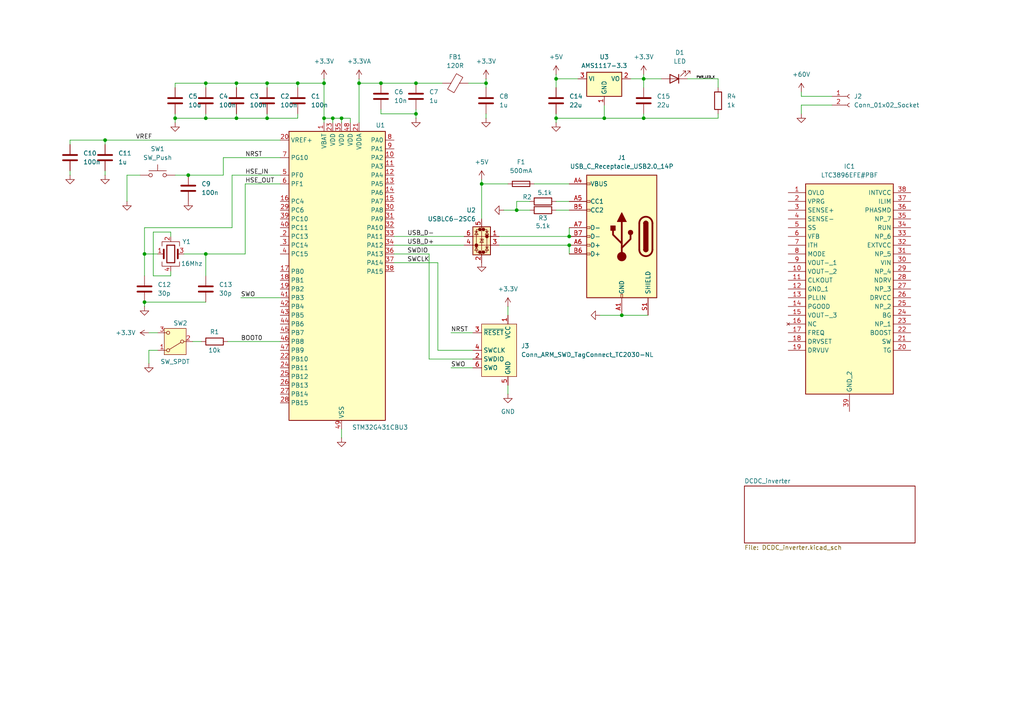
<source format=kicad_sch>
(kicad_sch (version 20231120) (generator "eeschema") (generator_version "8.0")
  (paper "A4")
  (lib_symbols
    (symbol "Connector:Conn_01x02_Socket" (pin_names (offset 1.016) hide)
      (property "Reference" "J" (at 0 2.54 0))
      (property "Value" "Conn_01x02_Socket" (at 0 -5.08 0))
      (symbol "Conn_01x02_Socket_1_1"
        (arc (start 0 -2.032) (mid -0.5058 -2.54) (end 0 -3.048) (stroke (width 0.1524)))
        (polyline (pts (xy -1.27 -2.54) (xy -0.508 -2.54)) (stroke (width 0.1524)))
        (polyline (pts (xy -1.27 0) (xy -0.508 0)) (stroke (width 0.1524)))
        (arc (start 0 0.508) (mid -0.5058 0) (end 0 -0.508) (stroke (width 0.1524)))
        (pin passive line (at -5.08 0 0) (length 3.81) (name "Pin_1") (number "1"))
        (pin passive line (at -5.08 -2.54 0) (length 3.81) (name "Pin_2") (number "2"))
      )
    )
    (symbol "Connector:Conn_ARM_SWD_TagConnect_TC2030-NL" (in_bom no)
      (property "Reference" "J" (at 2.54 11.43 0))
      (property "Value" "Conn_ARM_SWD_TagConnect_TC2030-NL" (at 2.54 8.89 0))
      (symbol "Conn_ARM_SWD_TagConnect_TC2030-NL_0_0"
        (pin power_in line (at -2.54 10.16 270) (length 2.54) (name "VCC") (number "1"))
        (pin bidirectional line (at 7.62 -2.54 180) (length 2.54) (name "SWDIO") (number "2"))
        (pin open_collector line (at 7.62 5.08 180) (length 2.54) (name "~{RESET}") (number "3"))
        (pin output line (at 7.62 0 180) (length 2.54) (name "SWCLK") (number "4"))
        (pin power_in line (at -2.54 -10.16 90) (length 2.54) (name "GND") (number "5"))
        (pin input line (at 7.62 -5.08 180) (length 2.54) (name "SWO") (number "6"))
      )
      (symbol "Conn_ARM_SWD_TagConnect_TC2030-NL_0_1"
        (rectangle (start -5.08 7.62) (end 5.08 -7.62) (fill (type background)))
      )
    )
    (symbol "Connector:USB_C_Receptacle_USB2.0_14P" (pin_names (offset 1.016))
      (property "Reference" "J" (at 0 22.225 0))
      (property "Value" "USB_C_Receptacle_USB2.0_14P" (at 0 19.685 0))
      (symbol "USB_C_Receptacle_USB2.0_14P_0_0"
        (rectangle (start -0.254 -17.78) (end 0.254 -16.764))
        (rectangle (start 10.16 -4.826) (end 9.144 -5.334))
        (rectangle (start 10.16 -2.286) (end 9.144 -2.794))
        (rectangle (start 10.16 0.254) (end 9.144 -0.254))
        (rectangle (start 10.16 2.794) (end 9.144 2.286))
        (rectangle (start 10.16 7.874) (end 9.144 7.366))
        (rectangle (start 10.16 10.414) (end 9.144 9.906))
        (rectangle (start 10.16 15.494) (end 9.144 14.986))
      )
      (symbol "USB_C_Receptacle_USB2.0_14P_0_1"
        (rectangle (start -10.16 17.78) (end 10.16 -17.78) (stroke (width 0.254)) (fill (type background)))
        (arc (start -8.89 -3.81) (mid -6.985 -5.7067) (end -5.08 -3.81) (stroke (width 0.508)))
        (arc (start -7.62 -3.81) (mid -6.985 -4.4423) (end -6.35 -3.81) (stroke (width 0.254)))
        (arc (start -7.62 -3.81) (mid -6.985 -4.4423) (end -6.35 -3.81) (stroke (width 0.254)) (fill (type outline)))
        (rectangle (start -7.62 -3.81) (end -6.35 3.81) (stroke (width 0.254)) (fill (type outline)))
        (arc (start -6.35 3.81) (mid -6.985 4.4423) (end -7.62 3.81) (stroke (width 0.254)))
        (arc (start -6.35 3.81) (mid -6.985 4.4423) (end -7.62 3.81) (stroke (width 0.254)) (fill (type outline)))
        (arc (start -5.08 3.81) (mid -6.985 5.7067) (end -8.89 3.81) (stroke (width 0.508)))
        (circle (center -2.54 1.143) (radius 0.635) (stroke (width 0.254)) (fill (type outline)))
        (circle (center 0 -5.842) (radius 1.27) (fill (type outline)))
        (polyline (pts (xy -8.89 -3.81) (xy -8.89 3.81)) (stroke (width 0.508)))
        (polyline (pts (xy -5.08 3.81) (xy -5.08 -3.81)) (stroke (width 0.508)))
        (polyline (pts (xy 0 -5.842) (xy 0 4.318)) (stroke (width 0.508)))
        (polyline (pts (xy 0 -3.302) (xy -2.54 -0.762) (xy -2.54 0.508)) (stroke (width 0.508)))
        (polyline (pts (xy 0 -2.032) (xy 2.54 0.508) (xy 2.54 1.778)) (stroke (width 0.508)))
        (polyline (pts (xy -1.27 4.318) (xy 0 6.858) (xy 1.27 4.318) (xy -1.27 4.318)) (stroke (width 0.254)) (fill (type outline)))
        (rectangle (start 1.905 1.778) (end 3.175 3.048) (stroke (width 0.254)) (fill (type outline)))
      )
      (symbol "USB_C_Receptacle_USB2.0_14P_1_1"
        (pin passive line (at 0 -22.86 90) (length 5.08) (name "GND") (number "A1"))
        (pin passive line (at 0 -22.86 90) (length 5.08) hide (name "GND") (number "A12"))
        (pin passive line (at 15.24 15.24 180) (length 5.08) (name "VBUS") (number "A4"))
        (pin bidirectional line (at 15.24 10.16 180) (length 5.08) (name "CC1") (number "A5"))
        (pin bidirectional line (at 15.24 -2.54 180) (length 5.08) (name "D+") (number "A6"))
        (pin bidirectional line (at 15.24 2.54 180) (length 5.08) (name "D-") (number "A7"))
        (pin passive line (at 15.24 15.24 180) (length 5.08) hide (name "VBUS") (number "A9"))
        (pin passive line (at 0 -22.86 90) (length 5.08) hide (name "GND") (number "B1"))
        (pin passive line (at 0 -22.86 90) (length 5.08) hide (name "GND") (number "B12"))
        (pin passive line (at 15.24 15.24 180) (length 5.08) hide (name "VBUS") (number "B4"))
        (pin bidirectional line (at 15.24 7.62 180) (length 5.08) (name "CC2") (number "B5"))
        (pin bidirectional line (at 15.24 -5.08 180) (length 5.08) (name "D+") (number "B6"))
        (pin bidirectional line (at 15.24 0 180) (length 5.08) (name "D-") (number "B7"))
        (pin passive line (at 15.24 15.24 180) (length 5.08) hide (name "VBUS") (number "B9"))
        (pin passive line (at -7.62 -22.86 90) (length 5.08) (name "SHIELD") (number "S1"))
      )
    )
    (symbol "Device:C" (pin_numbers hide) (pin_names (offset 0.254))
      (property "Reference" "C" (at 0.635 2.54 0))
      (property "Value" "C" (at 0.635 -2.54 0))
      (symbol "C_0_1"
        (polyline (pts (xy -2.032 -0.762) (xy 2.032 -0.762)) (stroke (width 0.508)))
        (polyline (pts (xy -2.032 0.762) (xy 2.032 0.762)) (stroke (width 0.508)))
      )
      (symbol "C_1_1"
        (pin passive line (at 0 3.81 270) (length 2.794) (name "~") (number "1"))
        (pin passive line (at 0 -3.81 90) (length 2.794) (name "~") (number "2"))
      )
    )
    (symbol "Device:Crystal_GND24" (pin_names (offset 1.016) hide)
      (property "Reference" "Y" (at 3.175 5.08 0))
      (property "Value" "Crystal_GND24" (at 3.175 3.175 0))
      (symbol "Crystal_GND24_0_1"
        (rectangle (start -1.143 2.54) (end 1.143 -2.54) (stroke (width 0.3048)))
        (polyline (pts (xy -2.54 0) (xy -2.032 0)))
        (polyline (pts (xy -2.032 -1.27) (xy -2.032 1.27)) (stroke (width 0.508)))
        (polyline (pts (xy 0 -3.81) (xy 0 -3.556)))
        (polyline (pts (xy 0 3.556) (xy 0 3.81)))
        (polyline (pts (xy 2.032 -1.27) (xy 2.032 1.27)) (stroke (width 0.508)))
        (polyline (pts (xy 2.032 0) (xy 2.54 0)))
        (polyline (pts (xy -2.54 -2.286) (xy -2.54 -3.556) (xy 2.54 -3.556) (xy 2.54 -2.286)))
        (polyline (pts (xy -2.54 2.286) (xy -2.54 3.556) (xy 2.54 3.556) (xy 2.54 2.286)))
      )
      (symbol "Crystal_GND24_1_1"
        (pin passive line (at -3.81 0 0) (length 1.27) (name "1") (number "1"))
        (pin passive line (at 0 5.08 270) (length 1.27) (name "2") (number "2"))
        (pin passive line (at 3.81 0 180) (length 1.27) (name "3") (number "3"))
        (pin passive line (at 0 -5.08 90) (length 1.27) (name "4") (number "4"))
      )
    )
    (symbol "Device:FerriteBead" (pin_numbers hide) (pin_names (offset 0))
      (property "Reference" "FB" (at -3.81 0.635 90))
      (property "Value" "FerriteBead" (at 3.81 0 90))
      (symbol "FerriteBead_0_1"
        (polyline (pts (xy 0 -1.27) (xy 0 -1.2192)))
        (polyline (pts (xy 0 1.27) (xy 0 1.2954)))
        (polyline (pts (xy -2.7686 0.4064) (xy -1.7018 2.2606) (xy 2.7686 -0.3048) (xy 1.6764 -2.159) (xy -2.7686 0.4064)))
      )
      (symbol "FerriteBead_1_1"
        (pin passive line (at 0 3.81 270) (length 2.54) (name "~") (number "1"))
        (pin passive line (at 0 -3.81 90) (length 2.54) (name "~") (number "2"))
      )
    )
    (symbol "Device:Fuse" (pin_numbers hide) (pin_names (offset 0))
      (property "Reference" "F" (at 2.032 0 90))
      (property "Value" "Fuse" (at -1.905 0 90))
      (symbol "Fuse_0_1"
        (rectangle (start -0.762 -2.54) (end 0.762 2.54) (stroke (width 0.254)))
        (polyline (pts (xy 0 2.54) (xy 0 -2.54)))
      )
      (symbol "Fuse_1_1"
        (pin passive line (at 0 3.81 270) (length 1.27) (name "~") (number "1"))
        (pin passive line (at 0 -3.81 90) (length 1.27) (name "~") (number "2"))
      )
    )
    (symbol "Device:LED" (pin_numbers hide) (pin_names (offset 1.016) hide)
      (property "Reference" "D" (at 0 2.54 0))
      (property "Value" "LED" (at 0 -2.54 0))
      (symbol "LED_0_1"
        (polyline (pts (xy -1.27 -1.27) (xy -1.27 1.27)) (stroke (width 0.254)))
        (polyline (pts (xy -1.27 0) (xy 1.27 0)))
        (polyline (pts (xy 1.27 -1.27) (xy 1.27 1.27) (xy -1.27 0) (xy 1.27 -1.27)) (stroke (width 0.254)))
        (polyline (pts (xy -3.048 -0.762) (xy -4.572 -2.286) (xy -3.81 -2.286) (xy -4.572 -2.286) (xy -4.572 -1.524)))
        (polyline (pts (xy -1.778 -0.762) (xy -3.302 -2.286) (xy -2.54 -2.286) (xy -3.302 -2.286) (xy -3.302 -1.524)))
      )
      (symbol "LED_1_1"
        (pin passive line (at -3.81 0 0) (length 2.54) (name "K") (number "1"))
        (pin passive line (at 3.81 0 180) (length 2.54) (name "A") (number "2"))
      )
    )
    (symbol "Device:R" (pin_numbers hide) (pin_names (offset 0))
      (property "Reference" "R" (at 2.032 0 90))
      (property "Value" "R" (at 0 0 90))
      (symbol "R_0_1"
        (rectangle (start -1.016 -2.54) (end 1.016 2.54) (stroke (width 0.254)))
      )
      (symbol "R_1_1"
        (pin passive line (at 0 3.81 270) (length 1.27) (name "~") (number "1"))
        (pin passive line (at 0 -3.81 90) (length 1.27) (name "~") (number "2"))
      )
    )
    (symbol "LTC3896EFE#PBF:LTC3896EFE#PBF"
      (property "Reference" "IC" (at 31.75 7.62 0))
      (property "Value" "LTC3896EFE#PBF" (at 31.75 5.08 0))
      (symbol "LTC3896EFE#PBF_1_1"
        (rectangle (start 5.08 2.54) (end 30.48 -58.42) (stroke (width 0.254)) (fill (type background)))
        (pin passive line (at 0 0 0) (length 5.08) (name "OVLO") (number "1"))
        (pin passive line (at 0 -22.86 0) (length 5.08) (name "VOUT-_2") (number "10"))
        (pin passive line (at 0 -25.4 0) (length 5.08) (name "CLKOUT") (number "11"))
        (pin passive line (at 0 -27.94 0) (length 5.08) (name "GND_1") (number "12"))
        (pin passive line (at 0 -30.48 0) (length 5.08) (name "PLLIN") (number "13"))
        (pin passive line (at 0 -33.02 0) (length 5.08) (name "PGOOD") (number "14"))
        (pin passive line (at 0 -35.56 0) (length 5.08) (name "VOUT-_3") (number "15"))
        (pin no_connect line (at 0 -38.1 0) (length 5.08) (name "NC") (number "16"))
        (pin passive line (at 0 -40.64 0) (length 5.08) (name "FREQ") (number "17"))
        (pin passive line (at 0 -43.18 0) (length 5.08) (name "DRVSET") (number "18"))
        (pin passive line (at 0 -45.72 0) (length 5.08) (name "DRVUV") (number "19"))
        (pin passive line (at 0 -2.54 0) (length 5.08) (name "VPRG") (number "2"))
        (pin passive line (at 35.56 -45.72 180) (length 5.08) (name "TG") (number "20"))
        (pin passive line (at 35.56 -43.18 180) (length 5.08) (name "SW") (number "21"))
        (pin passive line (at 35.56 -40.64 180) (length 5.08) (name "BOOST") (number "22"))
        (pin passive line (at 35.56 -38.1 180) (length 5.08) (name "NP_1") (number "23"))
        (pin passive line (at 35.56 -35.56 180) (length 5.08) (name "BG") (number "24"))
        (pin passive line (at 35.56 -33.02 180) (length 5.08) (name "NP_2") (number "25"))
        (pin passive line (at 35.56 -30.48 180) (length 5.08) (name "DRVCC") (number "26"))
        (pin passive line (at 35.56 -27.94 180) (length 5.08) (name "NP_3") (number "27"))
        (pin passive line (at 35.56 -25.4 180) (length 5.08) (name "NDRV") (number "28"))
        (pin passive line (at 35.56 -22.86 180) (length 5.08) (name "NP_4") (number "29"))
        (pin passive line (at 0 -5.08 0) (length 5.08) (name "SENSE+") (number "3"))
        (pin passive line (at 35.56 -20.32 180) (length 5.08) (name "VIN") (number "30"))
        (pin passive line (at 35.56 -17.78 180) (length 5.08) (name "NP_5") (number "31"))
        (pin passive line (at 35.56 -15.24 180) (length 5.08) (name "EXTVCC") (number "32"))
        (pin passive line (at 35.56 -12.7 180) (length 5.08) (name "NP_6") (number "33"))
        (pin passive line (at 35.56 -10.16 180) (length 5.08) (name "RUN") (number "34"))
        (pin passive line (at 35.56 -7.62 180) (length 5.08) (name "NP_7") (number "35"))
        (pin passive line (at 35.56 -5.08 180) (length 5.08) (name "PHASMD") (number "36"))
        (pin passive line (at 35.56 -2.54 180) (length 5.08) (name "ILIM") (number "37"))
        (pin passive line (at 35.56 0 180) (length 5.08) (name "INTVCC") (number "38"))
        (pin passive line (at 17.78 -63.5 90) (length 5.08) (name "GND_2") (number "39"))
        (pin passive line (at 0 -7.62 0) (length 5.08) (name "SENSE-") (number "4"))
        (pin passive line (at 0 -10.16 0) (length 5.08) (name "SS") (number "5"))
        (pin passive line (at 0 -12.7 0) (length 5.08) (name "VFB") (number "6"))
        (pin passive line (at 0 -15.24 0) (length 5.08) (name "ITH") (number "7"))
        (pin passive line (at 0 -17.78 0) (length 5.08) (name "MODE") (number "8"))
        (pin passive line (at 0 -20.32 0) (length 5.08) (name "VOUT-_1") (number "9"))
      )
    )
    (symbol "MCU_ST_STM32G4:STM32G431CBUx"
      (property "Reference" "U" (at -12.7 44.45 0))
      (property "Value" "STM32G431CBUx" (at 10.16 44.45 0))
      (symbol "STM32G431CBUx_0_1"
        (rectangle (start -12.7 -40.64) (end 15.24 43.18) (stroke (width 0.254)) (fill (type background)))
      )
      (symbol "STM32G431CBUx_1_1"
        (pin power_in line (at -2.54 45.72 270) (length 2.54) (name "VBAT") (number "1"))
        (pin bidirectional line (at 17.78 35.56 180) (length 2.54) (name "PA2") (number "10"))
        (pin bidirectional line (at 17.78 33.02 180) (length 2.54) (name "PA3") (number "11"))
        (pin bidirectional line (at 17.78 30.48 180) (length 2.54) (name "PA4") (number "12"))
        (pin bidirectional line (at 17.78 27.94 180) (length 2.54) (name "PA5") (number "13"))
        (pin bidirectional line (at 17.78 25.4 180) (length 2.54) (name "PA6") (number "14"))
        (pin bidirectional line (at 17.78 22.86 180) (length 2.54) (name "PA7") (number "15"))
        (pin bidirectional line (at -15.24 22.86 0) (length 2.54) (name "PC4") (number "16"))
        (pin bidirectional line (at -15.24 2.54 0) (length 2.54) (name "PB0") (number "17"))
        (pin bidirectional line (at -15.24 0 0) (length 2.54) (name "PB1") (number "18"))
        (pin bidirectional line (at -15.24 -2.54 0) (length 2.54) (name "PB2") (number "19"))
        (pin bidirectional line (at -15.24 12.7 0) (length 2.54) (name "PC13") (number "2"))
        (pin input line (at -15.24 40.64 0) (length 2.54) (name "VREF+") (number "20"))
        (pin power_in line (at 7.62 45.72 270) (length 2.54) (name "VDDA") (number "21"))
        (pin bidirectional line (at -15.24 -22.86 0) (length 2.54) (name "PB10") (number "22"))
        (pin power_in line (at 0 45.72 270) (length 2.54) (name "VDD") (number "23"))
        (pin bidirectional line (at -15.24 -25.4 0) (length 2.54) (name "PB11") (number "24"))
        (pin bidirectional line (at -15.24 -27.94 0) (length 2.54) (name "PB12") (number "25"))
        (pin bidirectional line (at -15.24 -30.48 0) (length 2.54) (name "PB13") (number "26"))
        (pin bidirectional line (at -15.24 -33.02 0) (length 2.54) (name "PB14") (number "27"))
        (pin bidirectional line (at -15.24 -35.56 0) (length 2.54) (name "PB15") (number "28"))
        (pin bidirectional line (at -15.24 20.32 0) (length 2.54) (name "PC6") (number "29"))
        (pin bidirectional line (at -15.24 10.16 0) (length 2.54) (name "PC14") (number "3"))
        (pin bidirectional line (at 17.78 20.32 180) (length 2.54) (name "PA8") (number "30"))
        (pin bidirectional line (at 17.78 17.78 180) (length 2.54) (name "PA9") (number "31"))
        (pin bidirectional line (at 17.78 15.24 180) (length 2.54) (name "PA10") (number "32"))
        (pin bidirectional line (at 17.78 12.7 180) (length 2.54) (name "PA11") (number "33"))
        (pin bidirectional line (at 17.78 10.16 180) (length 2.54) (name "PA12") (number "34"))
        (pin power_in line (at 2.54 45.72 270) (length 2.54) (name "VDD") (number "35"))
        (pin bidirectional line (at 17.78 7.62 180) (length 2.54) (name "PA13") (number "36"))
        (pin bidirectional line (at 17.78 5.08 180) (length 2.54) (name "PA14") (number "37"))
        (pin bidirectional line (at 17.78 2.54 180) (length 2.54) (name "PA15") (number "38"))
        (pin bidirectional line (at -15.24 17.78 0) (length 2.54) (name "PC10") (number "39"))
        (pin bidirectional line (at -15.24 7.62 0) (length 2.54) (name "PC15") (number "4"))
        (pin bidirectional line (at -15.24 15.24 0) (length 2.54) (name "PC11") (number "40"))
        (pin bidirectional line (at -15.24 -5.08 0) (length 2.54) (name "PB3") (number "41"))
        (pin bidirectional line (at -15.24 -7.62 0) (length 2.54) (name "PB4") (number "42"))
        (pin bidirectional line (at -15.24 -10.16 0) (length 2.54) (name "PB5") (number "43"))
        (pin bidirectional line (at -15.24 -12.7 0) (length 2.54) (name "PB6") (number "44"))
        (pin bidirectional line (at -15.24 -15.24 0) (length 2.54) (name "PB7") (number "45"))
        (pin bidirectional line (at -15.24 -17.78 0) (length 2.54) (name "PB8") (number "46"))
        (pin bidirectional line (at -15.24 -20.32 0) (length 2.54) (name "PB9") (number "47"))
        (pin power_in line (at 5.08 45.72 270) (length 2.54) (name "VDD") (number "48"))
        (pin power_in line (at 2.54 -43.18 90) (length 2.54) (name "VSS") (number "49"))
        (pin bidirectional line (at -15.24 30.48 0) (length 2.54) (name "PF0") (number "5"))
        (pin bidirectional line (at -15.24 27.94 0) (length 2.54) (name "PF1") (number "6"))
        (pin bidirectional line (at -15.24 35.56 0) (length 2.54) (name "PG10") (number "7"))
        (pin bidirectional line (at 17.78 40.64 180) (length 2.54) (name "PA0") (number "8"))
        (pin bidirectional line (at 17.78 38.1 180) (length 2.54) (name "PA1") (number "9"))
      )
    )
    (symbol "Power_Protection:USBLC6-2SC6" (pin_names hide)
      (property "Reference" "U" (at 0.635 5.715 0))
      (property "Value" "USBLC6-2SC6" (at 0.635 3.81 0))
      (symbol "USBLC6-2SC6_0_0"
        (circle (center -1.524 0) (radius 0.0001) (stroke (width 0.508)))
        (circle (center -0.508 -4.572) (radius 0.0001) (stroke (width 0.508)))
        (circle (center -0.508 2.032) (radius 0.0001) (stroke (width 0.508)))
        (circle (center 0.508 -4.572) (radius 0.0001) (stroke (width 0.508)))
        (circle (center 0.508 2.032) (radius 0.0001) (stroke (width 0.508)))
        (circle (center 1.524 -2.54) (radius 0.0001) (stroke (width 0.508)))
      )
      (symbol "USBLC6-2SC6_0_1"
        (polyline (pts (xy -2.54 -2.54) (xy 2.54 -2.54)))
        (polyline (pts (xy -2.54 0) (xy 2.54 0)))
        (polyline (pts (xy -2.032 -3.048) (xy -1.016 -3.048)))
        (polyline (pts (xy -1.016 1.524) (xy -2.032 1.524)))
        (polyline (pts (xy 1.016 -3.048) (xy 2.032 -3.048)))
        (polyline (pts (xy 1.016 1.524) (xy 2.032 1.524)))
        (polyline (pts (xy -0.508 -1.143) (xy -0.508 -0.762) (xy 0.508 -0.762)))
        (polyline (pts (xy -2.032 0.508) (xy -1.016 0.508) (xy -1.524 1.524) (xy -2.032 0.508)))
        (polyline (pts (xy -1.016 -4.064) (xy -2.032 -4.064) (xy -1.524 -3.048) (xy -1.016 -4.064)))
        (polyline (pts (xy 0.508 -1.778) (xy -0.508 -1.778) (xy 0 -0.762) (xy 0.508 -1.778)))
        (polyline (pts (xy 2.032 -4.064) (xy 1.016 -4.064) (xy 1.524 -3.048) (xy 2.032 -4.064)))
        (polyline (pts (xy 2.032 0.508) (xy 1.016 0.508) (xy 1.524 1.524) (xy 2.032 0.508)))
        (polyline (pts (xy 0 2.54) (xy -0.508 2.032) (xy 0.508 2.032) (xy 0 1.524) (xy 0 -4.064) (xy -0.508 -4.572) (xy 0.508 -4.572) (xy 0 -5.08)))
      )
      (symbol "USBLC6-2SC6_1_1"
        (rectangle (start -2.54 2.794) (end 2.54 -5.334) (stroke (width 0.254)) (fill (type background)))
        (polyline (pts (xy -0.508 2.032) (xy -1.524 2.032) (xy -1.524 -4.572) (xy -0.508 -4.572)))
        (polyline (pts (xy 0.508 -4.572) (xy 1.524 -4.572) (xy 1.524 2.032) (xy 0.508 2.032)))
        (pin passive line (at -5.08 0 0) (length 2.54) (name "I/O1") (number "1"))
        (pin passive line (at 0 -7.62 90) (length 2.54) (name "GND") (number "2"))
        (pin passive line (at -5.08 -2.54 0) (length 2.54) (name "I/O2") (number "3"))
        (pin passive line (at 5.08 -2.54 180) (length 2.54) (name "I/O2") (number "4"))
        (pin passive line (at 0 5.08 270) (length 2.54) (name "VBUS") (number "5"))
        (pin passive line (at 5.08 0 180) (length 2.54) (name "I/O1") (number "6"))
      )
    )
    (symbol "Regulator_Linear:AMS1117-3.3"
      (property "Reference" "U" (at -3.81 3.175 0))
      (property "Value" "AMS1117-3.3" (at 0 3.175 0))
      (symbol "AMS1117-3.3_0_1"
        (rectangle (start -5.08 -5.08) (end 5.08 1.905) (stroke (width 0.254)) (fill (type background)))
      )
      (symbol "AMS1117-3.3_1_1"
        (pin power_in line (at 0 -7.62 90) (length 2.54) (name "GND") (number "1"))
        (pin power_out line (at 7.62 0 180) (length 2.54) (name "VO") (number "2"))
        (pin power_in line (at -7.62 0 0) (length 2.54) (name "VI") (number "3"))
      )
    )
    (symbol "Switch:SW_Push" (pin_numbers hide) (pin_names (offset 1.016) hide)
      (property "Reference" "SW" (at 1.27 2.54 0))
      (property "Value" "SW_Push" (at 0 -1.524 0))
      (symbol "SW_Push_0_1"
        (circle (center -2.032 0) (radius 0.508))
        (polyline (pts (xy 0 1.27) (xy 0 3.048)))
        (polyline (pts (xy 2.54 1.27) (xy -2.54 1.27)))
        (circle (center 2.032 0) (radius 0.508))
        (pin passive line (at -5.08 0 0) (length 2.54) (name "1") (number "1"))
        (pin passive line (at 5.08 0 180) (length 2.54) (name "2") (number "2"))
      )
    )
    (symbol "Switch:SW_SPDT" (pin_names (offset 0) hide)
      (property "Reference" "SW" (at 0 5.08 0))
      (property "Value" "SW_SPDT" (at 0 -5.08 0))
      (symbol "SW_SPDT_0_1"
        (circle (center -2.032 0) (radius 0.4572))
        (polyline (pts (xy -1.651 0.254) (xy 1.651 2.286)))
        (circle (center 2.032 -2.54) (radius 0.4572))
        (circle (center 2.032 2.54) (radius 0.4572))
      )
      (symbol "SW_SPDT_1_1"
        (rectangle (start -3.175 3.81) (end 3.175 -3.81) (fill (type background)))
        (pin passive line (at 5.08 2.54 180) (length 2.54) (name "A") (number "1"))
        (pin passive line (at -5.08 0 0) (length 2.54) (name "B") (number "2"))
        (pin passive line (at 5.08 -2.54 180) (length 2.54) (name "C") (number "3"))
      )
    )
    (symbol "power:+3.3V" (power) (pin_numbers hide) (pin_names (offset 0) hide)
      (property "Value" "+3.3V" (at 0 3.556 0))
      (symbol "+3.3V_0_1"
        (polyline (pts (xy -0.762 1.27) (xy 0 2.54)))
        (polyline (pts (xy 0 0) (xy 0 2.54)))
        (polyline (pts (xy 0 2.54) (xy 0.762 1.27)))
      )
      (symbol "+3.3V_1_1"
        (pin power_in line (at 0 0 90) (length 0) (name "~") (number "1"))
      )
    )
    (symbol "power:+3.3VA" (power) (pin_numbers hide) (pin_names (offset 0) hide)
      (property "Value" "+3.3VA" (at 0 3.556 0))
      (symbol "+3.3VA_0_1"
        (polyline (pts (xy -0.762 1.27) (xy 0 2.54)))
        (polyline (pts (xy 0 0) (xy 0 2.54)))
        (polyline (pts (xy 0 2.54) (xy 0.762 1.27)))
      )
      (symbol "+3.3VA_1_1"
        (pin power_in line (at 0 0 90) (length 0) (name "~") (number "1"))
      )
    )
    (symbol "power:+48V" (power) (pin_numbers hide) (pin_names (offset 0) hide)
      (property "Value" "+48V" (at 0 3.556 0))
      (symbol "+48V_0_1"
        (polyline (pts (xy -0.762 1.27) (xy 0 2.54)))
        (polyline (pts (xy 0 0) (xy 0 2.54)))
        (polyline (pts (xy 0 2.54) (xy 0.762 1.27)))
      )
      (symbol "+48V_1_1"
        (pin power_in line (at 0 0 90) (length 0) (name "~") (number "1"))
      )
    )
    (symbol "power:+5V" (power) (pin_numbers hide) (pin_names (offset 0) hide)
      (property "Value" "+5V" (at 0 3.556 0))
      (symbol "+5V_0_1"
        (polyline (pts (xy -0.762 1.27) (xy 0 2.54)))
        (polyline (pts (xy 0 0) (xy 0 2.54)))
        (polyline (pts (xy 0 2.54) (xy 0.762 1.27)))
      )
      (symbol "+5V_1_1"
        (pin power_in line (at 0 0 90) (length 0) (name "~") (number "1"))
      )
    )
    (symbol "power:GND" (power) (pin_numbers hide) (pin_names (offset 0) hide)
      (property "Value" "GND" (at 0 -3.81 0))
      (symbol "GND_0_1"
        (polyline (pts (xy 0 0) (xy 0 -1.27) (xy 1.27 -1.27) (xy 0 -2.54) (xy -1.27 -1.27) (xy 0 -1.27)))
      )
      (symbol "GND_1_1"
        (pin power_in line (at 0 0 270) (length 0) (name "~") (number "1"))
      )
    )
  )
  (junction (at 96.52 34.29))
  (junction (at 99.06 34.29))
  (junction (at 54.61 50.8))
  (junction (at 180.34 91.44))
  (junction (at 104.14 24.13))
  (junction (at 41.91 87.63))
  (junction (at 120.65 33.02))
  (junction (at 165.1 71.12))
  (junction (at 41.91 73.66))
  (junction (at 140.97 24.13))
  (junction (at 77.47 24.13))
  (junction (at 59.69 24.13))
  (junction (at 77.47 34.29))
  (junction (at 59.69 73.66))
  (junction (at 86.36 24.13))
  (junction (at 68.58 24.13))
  (junction (at 186.69 34.29))
  (junction (at 175.26 34.29))
  (junction (at 186.69 22.86))
  (junction (at 165.1 68.58))
  (junction (at 93.98 24.13))
  (junction (at 59.69 34.29))
  (junction (at 50.8 34.29))
  (junction (at 149.86 60.96))
  (junction (at 120.65 24.13))
  (junction (at 110.49 24.13))
  (junction (at 68.58 34.29))
  (junction (at 139.7 53.34))
  (junction (at 93.98 34.29))
  (junction (at 161.29 22.86))
  (junction (at 161.29 34.29))
  (junction (at 30.48 40.64))
  (wire (pts (xy 93.98 34.29) (xy 96.52 34.29)))
  (wire (pts (xy 186.69 34.29) (xy 208.28 34.29)))
  (wire (pts (xy 175.26 34.29) (xy 175.26 30.48)))
  (wire (pts (xy 144.78 68.58) (xy 165.1 68.58)))
  (wire (pts (xy 110.49 24.13) (xy 120.65 24.13)))
  (wire (pts (xy 114.3 76.2) (xy 127 76.2)))
  (wire (pts (xy 140.97 33.02) (xy 140.97 34.29)))
  (wire (pts (xy 53.34 73.66) (xy 59.69 73.66)))
  (wire (pts (xy 161.29 25.4) (xy 161.29 22.86)))
  (wire (pts (xy 140.97 22.86) (xy 140.97 24.13)))
  (wire (pts (xy 59.69 24.13) (xy 59.69 25.4)))
  (wire (pts (xy 175.26 34.29) (xy 186.69 34.29)))
  (wire (pts (xy 186.69 22.86) (xy 186.69 25.4)))
  (wire (pts (xy 44.45 67.31) (xy 44.45 80.01)))
  (wire (pts (xy 114.3 73.66) (xy 124.46 73.66)))
  (wire (pts (xy 165.1 53.34) (xy 154.94 53.34)))
  (wire (pts (xy 130.81 96.52) (xy 137.16 96.52)))
  (wire (pts (xy 161.29 34.29) (xy 161.29 35.56)))
  (wire (pts (xy 93.98 24.13) (xy 93.98 34.29)))
  (wire (pts (xy 54.61 50.8) (xy 50.8 50.8)))
  (wire (pts (xy 64.77 45.72) (xy 81.28 45.72)))
  (wire (pts (xy 208.28 22.86) (xy 199.39 22.86)))
  (wire (pts (xy 114.3 68.58) (xy 134.62 68.58)))
  (wire (pts (xy 43.18 96.52) (xy 45.72 96.52)))
  (wire (pts (xy 104.14 35.56) (xy 104.14 24.13)))
  (wire (pts (xy 50.8 25.4) (xy 50.8 24.13)))
  (wire (pts (xy 59.69 73.66) (xy 59.69 80.01)))
  (wire (pts (xy 165.1 60.96) (xy 161.29 60.96)))
  (wire (pts (xy 71.12 73.66) (xy 59.69 73.66)))
  (wire (pts (xy 99.06 34.29) (xy 101.6 34.29)))
  (wire (pts (xy 93.98 22.86) (xy 93.98 24.13)))
  (wire (pts (xy 165.1 66.04) (xy 165.1 68.58)))
  (wire (pts (xy 99.06 34.29) (xy 99.06 35.56)))
  (wire (pts (xy 110.49 31.75) (xy 110.49 33.02)))
  (wire (pts (xy 161.29 21.59) (xy 161.29 22.86)))
  (wire (pts (xy 232.41 26.67) (xy 232.41 27.94)))
  (wire (pts (xy 77.47 34.29) (xy 86.36 34.29)))
  (wire (pts (xy 67.31 50.8) (xy 81.28 50.8)))
  (wire (pts (xy 146.05 60.96) (xy 149.86 60.96)))
  (wire (pts (xy 44.45 80.01) (xy 49.53 80.01)))
  (wire (pts (xy 86.36 24.13) (xy 93.98 24.13)))
  (wire (pts (xy 139.7 52.07) (xy 139.7 53.34)))
  (wire (pts (xy 71.12 53.34) (xy 81.28 53.34)))
  (wire (pts (xy 124.46 73.66) (xy 124.46 104.14)))
  (wire (pts (xy 50.8 34.29) (xy 59.69 34.29)))
  (wire (pts (xy 20.32 40.64) (xy 20.32 41.91)))
  (wire (pts (xy 50.8 34.29) (xy 50.8 35.56)))
  (wire (pts (xy 139.7 53.34) (xy 147.32 53.34)))
  (wire (pts (xy 110.49 33.02) (xy 120.65 33.02)))
  (wire (pts (xy 208.28 33.02) (xy 208.28 34.29)))
  (wire (pts (xy 59.69 34.29) (xy 68.58 34.29)))
  (wire (pts (xy 41.91 73.66) (xy 45.72 73.66)))
  (wire (pts (xy 86.36 33.02) (xy 86.36 34.29)))
  (wire (pts (xy 114.3 71.12) (xy 134.62 71.12)))
  (wire (pts (xy 49.53 68.58) (xy 49.53 67.31)))
  (wire (pts (xy 149.86 58.42) (xy 153.67 58.42)))
  (wire (pts (xy 127 76.2) (xy 127 101.6)))
  (wire (pts (xy 30.48 40.64) (xy 81.28 40.64)))
  (wire (pts (xy 20.32 49.53) (xy 20.32 50.8)))
  (wire (pts (xy 149.86 60.96) (xy 149.86 58.42)))
  (wire (pts (xy 144.78 71.12) (xy 165.1 71.12)))
  (wire (pts (xy 55.88 99.06) (xy 58.42 99.06)))
  (wire (pts (xy 59.69 24.13) (xy 68.58 24.13)))
  (wire (pts (xy 120.65 24.13) (xy 128.27 24.13)))
  (wire (pts (xy 165.1 58.42) (xy 161.29 58.42)))
  (wire (pts (xy 139.7 53.34) (xy 139.7 63.5)))
  (wire (pts (xy 187.96 91.44) (xy 180.34 91.44)))
  (wire (pts (xy 96.52 34.29) (xy 96.52 35.56)))
  (wire (pts (xy 49.53 67.31) (xy 44.45 67.31)))
  (wire (pts (xy 93.98 34.29) (xy 93.98 35.56)))
  (wire (pts (xy 165.1 71.12) (xy 165.1 73.66)))
  (wire (pts (xy 49.53 80.01) (xy 49.53 78.74)))
  (wire (pts (xy 101.6 34.29) (xy 101.6 35.56)))
  (wire (pts (xy 30.48 40.64) (xy 30.48 41.91)))
  (wire (pts (xy 161.29 33.02) (xy 161.29 34.29)))
  (wire (pts (xy 99.06 124.46) (xy 99.06 127)))
  (wire (pts (xy 50.8 24.13) (xy 59.69 24.13)))
  (wire (pts (xy 232.41 30.48) (xy 232.41 33.02)))
  (wire (pts (xy 186.69 34.29) (xy 186.69 33.02)))
  (wire (pts (xy 67.31 66.04) (xy 41.91 66.04)))
  (wire (pts (xy 59.69 33.02) (xy 59.69 34.29)))
  (wire (pts (xy 20.32 40.64) (xy 30.48 40.64)))
  (wire (pts (xy 147.32 88.9) (xy 147.32 91.44)))
  (wire (pts (xy 30.48 49.53) (xy 30.48 50.8)))
  (wire (pts (xy 77.47 33.02) (xy 77.47 34.29)))
  (wire (pts (xy 186.69 21.59) (xy 186.69 22.86)))
  (wire (pts (xy 41.91 87.63) (xy 41.91 88.9)))
  (wire (pts (xy 182.88 22.86) (xy 186.69 22.86)))
  (wire (pts (xy 140.97 24.13) (xy 140.97 25.4)))
  (wire (pts (xy 71.12 53.34) (xy 71.12 73.66)))
  (wire (pts (xy 208.28 25.4) (xy 208.28 22.86)))
  (wire (pts (xy 67.31 50.8) (xy 67.31 66.04)))
  (wire (pts (xy 50.8 33.02) (xy 50.8 34.29)))
  (wire (pts (xy 104.14 24.13) (xy 104.14 22.86)))
  (wire (pts (xy 124.46 104.14) (xy 137.16 104.14)))
  (wire (pts (xy 186.69 22.86) (xy 191.77 22.86)))
  (wire (pts (xy 241.3 27.94) (xy 232.41 27.94)))
  (wire (pts (xy 149.86 60.96) (xy 153.67 60.96)))
  (wire (pts (xy 127 101.6) (xy 137.16 101.6)))
  (wire (pts (xy 173.99 91.44) (xy 180.34 91.44)))
  (wire (pts (xy 147.32 111.76) (xy 147.32 114.3)))
  (wire (pts (xy 45.72 101.6) (xy 43.18 101.6)))
  (wire (pts (xy 64.77 50.8) (xy 64.77 45.72)))
  (wire (pts (xy 130.81 106.68) (xy 137.16 106.68)))
  (wire (pts (xy 64.77 50.8) (xy 54.61 50.8)))
  (wire (pts (xy 96.52 34.29) (xy 99.06 34.29)))
  (wire (pts (xy 86.36 24.13) (xy 86.36 25.4)))
  (wire (pts (xy 68.58 33.02) (xy 68.58 34.29)))
  (wire (pts (xy 161.29 22.86) (xy 167.64 22.86)))
  (wire (pts (xy 36.83 50.8) (xy 40.64 50.8)))
  (wire (pts (xy 43.18 101.6) (xy 43.18 105.41)))
  (wire (pts (xy 41.91 87.63) (xy 59.69 87.63)))
  (wire (pts (xy 77.47 24.13) (xy 86.36 24.13)))
  (wire (pts (xy 161.29 34.29) (xy 175.26 34.29)))
  (wire (pts (xy 120.65 33.02) (xy 120.65 34.29)))
  (wire (pts (xy 66.04 99.06) (xy 81.28 99.06)))
  (wire (pts (xy 69.85 86.36) (xy 81.28 86.36)))
  (wire (pts (xy 41.91 73.66) (xy 41.91 80.01)))
  (wire (pts (xy 135.89 24.13) (xy 140.97 24.13)))
  (wire (pts (xy 104.14 24.13) (xy 110.49 24.13)))
  (wire (pts (xy 68.58 24.13) (xy 68.58 25.4)))
  (wire (pts (xy 77.47 24.13) (xy 77.47 25.4)))
  (wire (pts (xy 232.41 30.48) (xy 241.3 30.48)))
  (wire (pts (xy 120.65 33.02) (xy 120.65 31.75)))
  (wire (pts (xy 68.58 34.29) (xy 77.47 34.29)))
  (wire (pts (xy 68.58 24.13) (xy 77.47 24.13)))
  (wire (pts (xy 41.91 66.04) (xy 41.91 73.66)))
  (wire (pts (xy 36.83 58.42) (xy 36.83 50.8)))
  (label "HSE_IN" (at 71.12 50.8 0))
  (label "NRST" (at 71.12 45.72 0))
  (label "USB_D+" (at 118.11 71.12 0))
  (label "PWR_LED_K" (at 201.93 22.86 0) (effects (font (size 0.635 0.635))))
  (label "VREF" (at 39.37 40.64 0))
  (label "SWDIO" (at 118.11 73.66 0))
  (label "NRST" (at 130.81 96.52 0))
  (label "SWCLK" (at 118.11 76.2 0))
  (label "USB_D-" (at 118.11 68.58 0))
  (label "SWO" (at 130.81 106.68 0))
  (label "SWO" (at 69.85 86.36 0))
  (label "BOOT0" (at 69.85 99.06 0))
  (label "HSE_OUT" (at 71.12 53.34 0))
  (symbol (lib_id "power:GND") (at 20.32 50.8 0) (unit 1)
    (property "Reference" "#PWR010" (effects (hide yes)))
    (property "Value" "GND" (effects (hide yes)))
    (property "Description" "Power symbol creates a global label with name \"GND\" , ground" (effects (hide yes)))
  )
  (symbol (lib_id "power:GND") (at 43.18 105.41 0) (unit 1)
    (property "Reference" "#PWR013" (effects (hide yes)))
    (property "Value" "GND" (effects (hide yes)))
    (property "Description" "Power symbol creates a global label with name \"GND\" , ground" (effects (hide yes)))
  )
  (symbol (lib_id "Device:C") (at 59.69 83.82 0) (unit 1)
    (property "Reference" "C13" (at 63.5 82.5499 0) (effects (justify left)))
    (property "Value" "30p" (at 63.5 85.0899 0) (effects (justify left)))
    (property "Description" "Unpolarized capacitor" (effects (hide yes)))
  )
  (symbol (lib_id "Device:C") (at 54.61 54.61 0) (unit 1)
    (property "Reference" "C9" (at 58.42 53.3399 0) (effects (justify left)))
    (property "Value" "100n" (at 58.42 55.8799 0) (effects (justify left)))
    (property "Footprint" "Capacitor_SMD:C_0402_1005Metric" (effects (hide yes)))
    (property "Description" "Unpolarized capacitor" (effects (hide yes)))
  )
  (symbol (lib_id "Switch:SW_Push") (at 45.72 50.8 0) (unit 1)
    (property "Reference" "SW1" (at 45.72 43.18 0))
    (property "Value" "SW_Push" (at 45.72 45.72 0))
    (property "Footprint" "Button_Switch_THT:SW_PUSH-12mm_Wuerth-430476085716" (effects (hide yes)))
    (property "Description" "Push button switch, generic, two pins" (effects (hide yes)))
  )
  (symbol (lib_id "power:+3.3V") (at 93.98 22.86 0) (unit 1)
    (property "Reference" "#PWR02" (effects (hide yes)))
    (property "Value" "+3.3V" (at 93.98 17.78 0))
    (property "Description" "Power symbol creates a global label with name \"+3.3V\"" (effects (hide yes)))
  )
  (symbol (lib_id "Connector:Conn_ARM_SWD_TagConnect_TC2030-NL") (at 144.78 101.6 0) (mirror y) (unit 1) (in_bom no)
    (property "Reference" "J3" (at 151.13 100.3299 0) (effects (justify right)))
    (property "Value" "Conn_ARM_SWD_TagConnect_TC2030-NL" (at 151.13 102.8699 0) (effects (justify right)))
    (property "Footprint" "Connector:Tag-Connect_TC2030-IDC-NL_2x03_P1.27mm_Vertical" (effects (hide yes)))
    (property "Datasheet" "https://www.tag-connect.com/wp-content/uploads/bsk-pdf-manager/TC2030-CTX_1.pdf" (effects (hide yes)))
    (property "Description" "Tag-Connect ARM Cortex SWD JTAG connector, 6 pin, no legs" (effects (hide yes)))
  )
  (symbol (lib_id "power:GND") (at 173.99 91.44 270) (mirror x) (unit 1)
    (property "Reference" "#PWR015" (effects (hide yes)))
    (property "Value" "GND" (effects (hide yes)))
    (property "Description" "Power symbol creates a global label with name \"GND\" , ground" (effects (hide yes)))
  )
  (symbol (lib_id "Device:C") (at 140.97 29.21 0) (unit 1)
    (property "Reference" "C8" (at 144.78 27.9399 0) (effects (justify left)))
    (property "Value" "1u" (at 144.78 30.4799 0) (effects (justify left)))
    (property "Description" "Unpolarized capacitor" (effects (hide yes)))
  )
  (symbol (lib_id "power:+3.3V") (at 43.18 96.52 90) (unit 1)
    (property "Reference" "#PWR012" (effects (hide yes)))
    (property "Value" "+3.3V" (at 39.37 96.5199 90) (effects (justify left)))
    (property "Description" "Power symbol creates a global label with name \"+3.3V\"" (effects (hide yes)))
  )
  (symbol (lib_id "Connector:USB_C_Receptacle_USB2.0_14P") (at 180.34 68.58 0) (mirror y) (unit 1)
    (property "Reference" "J1" (at 180.34 45.72 0))
    (property "Value" "USB_C_Receptacle_USB2.0_14P" (at 180.34 48.26 0))
    (property "Footprint" "Connector_USB:USB_C_Receptacle_GCT_USB4105-xx-A_16P_TopMnt_Horizontal" (effects (hide yes)))
    (property "Datasheet" "https://www.usb.org/sites/default/files/documents/usb_type-c.zip" (effects (hide yes)))
    (property "Description" "USB 2.0-only 14P Type-C Receptacle connector" (effects (hide yes)))
  )
  (symbol (lib_id "power:GND") (at 147.32 114.3 0) (unit 1)
    (property "Reference" "#PWR020" (effects (hide yes)))
    (property "Value" "GND" (at 147.32 119.38 0))
    (property "Description" "Power symbol creates a global label with name \"GND\" , ground" (effects (hide yes)))
  )
  (symbol (lib_id "power:GND") (at 54.61 58.42 0) (unit 1)
    (property "Reference" "#PWR09" (effects (hide yes)))
    (property "Value" "GND" (effects (hide yes)))
    (property "Description" "Power symbol creates a global label with name \"GND\" , ground" (effects (hide yes)))
  )
  (symbol (lib_id "Device:R") (at 62.23 99.06 90) (unit 1)
    (property "Reference" "R1" (at 62.23 96.266 90))
    (property "Value" "10k" (at 62.23 101.6 90))
    (property "Description" "Resistor" (effects (hide yes)))
  )
  (symbol (lib_id "Switch:SW_SPDT") (at 50.8 99.06 180) (unit 1)
    (property "Reference" "SW2" (at 52.324 93.726 0))
    (property "Value" "SW_SPDT" (at 50.8 104.902 0))
    (property "Description" "Switch, single pole double throw" (effects (hide yes)))
  )
  (symbol (lib_id "Device:C") (at 41.91 83.82 0) (unit 1)
    (property "Reference" "C12" (at 45.72 82.5499 0) (effects (justify left)))
    (property "Value" "30p" (at 45.72 85.0899 0) (effects (justify left)))
    (property "Description" "Unpolarized capacitor" (effects (hide yes)))
  )
  (symbol (lib_id "Device:Fuse") (at 151.13 53.34 270) (mirror x) (unit 1)
    (property "Reference" "F1" (at 151.13 46.99 90))
    (property "Value" "500mA" (at 151.13 49.53 90))
    (property "Footprint" "Fuse:Fuse_0603_1608Metric" (effects (hide yes)))
    (property "Description" "Fuse" (effects (hide yes)))
  )
  (symbol (lib_id "LTC3896EFE#PBF:LTC3896EFE#PBF") (at 228.6 55.88 0) (unit 1)
    (property "Reference" "IC1" (at 246.38 48.26 0))
    (property "Value" "LTC3896EFE#PBF" (at 246.38 50.8 0))
    (property "Footprint" "SOP50P640X120-39N" (effects (hide yes)))
    (property "Datasheet" "https://www.analog.com/media/en/technical-documentation/data-sheets/3896f.pdf" (effects (hide yes)))
    (property "Description" "LINEAR TECHNOLOGY - LTC3896EFE#PBF - DC/DC CTRL, INVERTING, 900KHZ, TSSOP-38" (effects (hide yes)))
    (property "Height" "1.2" (effects (hide yes)))
    (property "Manufacturer_Name" "Analog Devices" (effects (hide yes)))
    (property "Manufacturer_Part_Number" "LTC3896EFE#PBF" (effects (hide yes)))
    (property "Mouser Part Number" "584-LTC3896EFE#PBF" (effects (hide yes)))
    (property "Mouser Price/Stock" "https://www.mouser.co.uk/ProductDetail/Analog-Devices/LTC3896EFEPBF?qs=oahfZPh6IAIYB3Kp6X%252BPyQ%3D%3D" (effects (hide yes)))
    (property "Arrow Part Number" "LTC3896EFE#PBF" (effects (hide yes)))
    (property "Arrow Price/Stock" "https://www.arrow.com/en/products/ltc3896efepbf/analog-devices?region=nac" (effects (hide yes)))
  )
  (symbol (lib_id "power:GND") (at 120.65 34.29 0) (unit 1)
    (property "Reference" "#PWR05" (effects (hide yes)))
    (property "Value" "GND" (effects (hide yes)))
    (property "Description" "Power symbol creates a global label with name \"GND\" , ground" (effects (hide yes)))
  )
  (symbol (lib_id "Device:C") (at 68.58 29.21 0) (unit 1)
    (property "Reference" "C3" (at 72.39 27.9399 0) (effects (justify left)))
    (property "Value" "100n" (at 72.39 30.4799 0) (effects (justify left)))
    (property "Description" "Unpolarized capacitor" (effects (hide yes)))
  )
  (symbol (lib_id "Device:C") (at 30.48 45.72 0) (unit 1)
    (property "Reference" "C11" (at 34.29 44.4499 0) (effects (justify left)))
    (property "Value" "1u" (at 34.29 46.9899 0) (effects (justify left)))
    (property "Footprint" "Capacitor_SMD:C_0402_1005Metric" (effects (hide yes)))
    (property "Description" "Unpolarized capacitor" (effects (hide yes)))
  )
  (symbol (lib_id "Device:C") (at 186.69 29.21 0) (unit 1)
    (property "Reference" "C15" (at 190.5 27.9399 0) (effects (justify left)))
    (property "Value" "22u" (at 190.5 30.4799 0) (effects (justify left)))
    (property "Description" "Unpolarized capacitor" (effects (hide yes)))
  )
  (symbol (lib_id "Regulator_Linear:AMS1117-3.3") (at 175.26 22.86 0) (unit 1)
    (property "Reference" "U3" (at 175.26 16.51 0))
    (property "Value" "AMS1117-3.3" (at 175.26 19.05 0))
    (property "Footprint" "Package_TO_SOT_SMD:SOT-223-3_TabPin2" (effects (hide yes)))
    (property "Datasheet" "http://www.advanced-monolithic.com/pdf/ds1117.pdf" (effects (hide yes)))
    (property "Description" "1A Low Dropout regulator, positive, 3.3V fixed output, SOT-223" (effects (hide yes)))
  )
  (symbol (lib_id "power:+3.3V") (at 147.32 88.9 0) (unit 1)
    (property "Reference" "#PWR019" (effects (hide yes)))
    (property "Value" "+3.3V" (at 147.32 83.82 0))
    (property "Description" "Power symbol creates a global label with name \"+3.3V\"" (effects (hide yes)))
  )
  (symbol (lib_id "Device:R") (at 157.48 58.42 270) (mirror x) (unit 1)
    (property "Reference" "R2" (at 152.908 57.15 90))
    (property "Value" "5.1k" (at 157.988 55.88 90))
    (property "Footprint" "Resistor_SMD:R_0603_1608Metric" (effects (hide yes)))
    (property "Description" "Resistor" (effects (hide yes)))
  )
  (symbol (lib_id "Device:C") (at 50.8 29.21 0) (unit 1)
    (property "Reference" "C5" (at 54.61 27.9399 0) (effects (justify left)))
    (property "Value" "10u" (at 54.61 30.4799 0) (effects (justify left)))
    (property "Description" "Unpolarized capacitor" (effects (hide yes)))
  )
  (symbol (lib_id "power:GND") (at 41.91 88.9 0) (unit 1)
    (property "Reference" "#PWR014" (effects (hide yes)))
    (property "Value" "GND" (effects (hide yes)))
    (property "Description" "Power symbol creates a global label with name \"GND\" , ground" (effects (hide yes)))
  )
  (symbol (lib_id "power:+3.3V") (at 186.69 21.59 0) (unit 1)
    (property "Reference" "#PWR023" (effects (hide yes)))
    (property "Value" "+3.3V" (at 186.69 16.51 0))
    (property "Description" "Power symbol creates a global label with name \"+3.3V\"" (effects (hide yes)))
  )
  (symbol (lib_id "power:GND") (at 139.7 76.2 0) (mirror y) (unit 1)
    (property "Reference" "#PWR018" (effects (hide yes)))
    (property "Value" "GND" (effects (hide yes)))
    (property "Description" "Power symbol creates a global label with name \"GND\" , ground" (effects (hide yes)))
  )
  (symbol (lib_id "power:+5V") (at 139.7 52.07 0) (mirror y) (unit 1)
    (property "Reference" "#PWR017" (effects (hide yes)))
    (property "Value" "+5V" (at 139.7 46.99 0))
    (property "Description" "Power symbol creates a global label with name \"+5V\"" (effects (hide yes)))
  )
  (symbol (lib_id "power:+5V") (at 161.29 21.59 0) (mirror y) (unit 1)
    (property "Reference" "#PWR022" (effects (hide yes)))
    (property "Value" "+5V" (at 161.29 16.51 0))
    (property "Description" "Power symbol creates a global label with name \"+5V\"" (effects (hide yes)))
  )
  (symbol (lib_id "Device:LED") (at 195.58 22.86 180) (unit 1)
    (property "Reference" "D1" (at 197.1675 15.24 0))
    (property "Value" "LED" (at 197.1675 17.78 0))
    (property "Description" "Light emitting diode" (effects (hide yes)))
  )
  (symbol (lib_id "Connector:Conn_01x02_Socket") (at 246.38 27.94 0) (unit 1)
    (property "Reference" "J2" (at 247.65 27.9399 0) (effects (justify left)))
    (property "Value" "Conn_01x02_Socket" (at 247.65 30.4799 0) (effects (justify left)))
    (property "Description" "Generic connector, single row, 01x02, script generated" (effects (hide yes)))
  )
  (symbol (lib_id "Device:C") (at 110.49 27.94 0) (unit 1)
    (property "Reference" "C6" (at 114.3 26.6699 0) (effects (justify left)))
    (property "Value" "10n" (at 114.3 29.2099 0) (effects (justify left)))
    (property "Description" "Unpolarized capacitor" (effects (hide yes)))
  )
  (symbol (lib_id "Device:R") (at 157.48 60.96 270) (mirror x) (unit 1)
    (property "Reference" "R3" (at 157.48 63.246 90))
    (property "Value" "5.1k" (at 157.48 65.532 90))
    (property "Footprint" "Resistor_SMD:R_0603_1608Metric" (effects (hide yes)))
    (property "Description" "Resistor" (effects (hide yes)))
  )
  (symbol (lib_id "Device:C") (at 161.29 29.21 0) (unit 1)
    (property "Reference" "C14" (at 165.1 27.9399 0) (effects (justify left)))
    (property "Value" "22u" (at 165.1 30.4799 0) (effects (justify left)))
    (property "Description" "Unpolarized capacitor" (effects (hide yes)))
  )
  (symbol (lib_id "power:GND") (at 36.83 58.42 0) (unit 1)
    (property "Reference" "#PWR08" (effects (hide yes)))
    (property "Value" "GND" (effects (hide yes)))
    (property "Description" "Power symbol creates a global label with name \"GND\" , ground" (effects (hide yes)))
  )
  (symbol (lib_id "power:GND") (at 140.97 34.29 0) (unit 1)
    (property "Reference" "#PWR06" (effects (hide yes)))
    (property "Value" "GND" (effects (hide yes)))
    (property "Description" "Power symbol creates a global label with name \"GND\" , ground" (effects (hide yes)))
  )
  (symbol (lib_id "power:+3.3VA") (at 104.14 22.86 0) (unit 1)
    (property "Reference" "#PWR04" (effects (hide yes)))
    (property "Value" "+3.3VA" (at 104.14 17.78 0))
    (property "Description" "Power symbol creates a global label with name \"+3.3VA\"" (effects (hide yes)))
  )
  (symbol (lib_id "Device:C") (at 20.32 45.72 0) (unit 1)
    (property "Reference" "C10" (at 24.13 44.4499 0) (effects (justify left)))
    (property "Value" "100n" (at 24.13 46.9899 0) (effects (justify left)))
    (property "Footprint" "Capacitor_SMD:C_0402_1005Metric" (effects (hide yes)))
    (property "Description" "Unpolarized capacitor" (effects (hide yes)))
  )
  (symbol (lib_id "MCU_ST_STM32G4:STM32G431CBUx") (at 96.52 81.28 0) (unit 1)
    (property "Reference" "U1" (at 108.966 36.322 0) (effects (justify left)))
    (property "Value" "STM32G431CBU3" (at 102.108 123.952 0) (effects (justify left)))
    (property "Footprint" "Package_DFN_QFN:QFN-48-1EP_7x7mm_P0.5mm_EP5.6x5.6mm" (effects (hide yes)))
    (property "Datasheet" "https://www.st.com/resource/en/datasheet/stm32g431cb.pdf" (effects (hide yes)))
    (property "Description" "STMicroelectronics Arm Cortex-M4 MCU, 128KB flash, 32KB RAM, 170 MHz, 1.71-3.6V, 42 GPIO, UFQFPN48" (effects (hide yes)))
  )
  (symbol (lib_id "power:GND") (at 232.41 33.02 0) (unit 1)
    (property "Reference" "#PWR025" (effects (hide yes)))
    (property "Value" "GND" (effects (hide yes)))
    (property "Description" "Power symbol creates a global label with name \"GND\" , ground" (effects (hide yes)))
  )
  (symbol (lib_id "Device:Crystal_GND24") (at 49.53 73.66 0) (unit 1)
    (property "Reference" "Y1" (at 54.102 70.104 0))
    (property "Value" "16Mhz" (at 55.626 76.454 0))
    (property "Description" "Four pin crystal, GND on pins 2 and 4" (effects (hide yes)))
  )
  (symbol (lib_id "power:GND") (at 50.8 35.56 0) (unit 1)
    (property "Reference" "#PWR03" (effects (hide yes)))
    (property "Value" "GND" (effects (hide yes)))
    (property "Description" "Power symbol creates a global label with name \"GND\" , ground" (effects (hide yes)))
  )
  (symbol (lib_id "Device:C") (at 59.69 29.21 0) (unit 1)
    (property "Reference" "C4" (at 63.5 27.9399 0) (effects (justify left)))
    (property "Value" "100n" (at 63.5 30.4799 0) (effects (justify left)))
    (property "Description" "Unpolarized capacitor" (effects (hide yes)))
  )
  (symbol (lib_id "Device:C") (at 120.65 27.94 0) (unit 1)
    (property "Reference" "C7" (at 124.46 26.6699 0) (effects (justify left)))
    (property "Value" "1u" (at 124.46 29.2099 0) (effects (justify left)))
    (property "Description" "Unpolarized capacitor" (effects (hide yes)))
  )
  (symbol (lib_id "Device:FerriteBead") (at 132.08 24.13 90) (unit 1)
    (property "Reference" "FB1" (at 132.0292 16.51 90))
    (property "Value" "120R" (at 132.0292 19.05 90))
    (property "Description" "Ferrite bead" (effects (hide yes)))
  )
  (symbol (lib_id "power:GND") (at 161.29 35.56 0) (unit 1)
    (property "Reference" "#PWR021" (effects (hide yes)))
    (property "Value" "GND" (effects (hide yes)))
    (property "Description" "Power symbol creates a global label with name \"GND\" , ground" (effects (hide yes)))
  )
  (symbol (lib_id "Device:C") (at 77.47 29.21 0) (unit 1)
    (property "Reference" "C2" (at 81.28 27.9399 0) (effects (justify left)))
    (property "Value" "100n" (at 81.28 30.4799 0) (effects (justify left)))
    (property "Description" "Unpolarized capacitor" (effects (hide yes)))
  )
  (symbol (lib_id "Device:R") (at 208.28 29.21 0) (unit 1)
    (property "Reference" "R4" (at 210.82 27.9399 0) (effects (justify left)))
    (property "Value" "1k" (at 210.82 30.4799 0) (effects (justify left)))
    (property "Description" "Resistor" (effects (hide yes)))
  )
  (symbol (lib_id "power:+48V") (at 232.41 26.67 0) (unit 1)
    (property "Reference" "#PWR024" (effects (hide yes)))
    (property "Value" "+60V" (at 232.41 21.59 0))
    (property "Description" "Power symbol creates a global label with name \"+48V\"" (effects (hide yes)))
  )
  (symbol (lib_id "power:GND") (at 146.05 60.96 270) (mirror x) (unit 1)
    (property "Reference" "#PWR016" (effects (hide yes)))
    (property "Value" "GND" (effects (hide yes)))
    (property "Description" "Power symbol creates a global label with name \"GND\" , ground" (effects (hide yes)))
  )
  (symbol (lib_id "power:GND") (at 99.06 127 0) (unit 1)
    (property "Reference" "#PWR01" (effects (hide yes)))
    (property "Value" "GND" (effects (hide yes)))
    (property "Description" "Power symbol creates a global label with name \"GND\" , ground" (effects (hide yes)))
  )
  (symbol (lib_id "Device:C") (at 86.36 29.21 0) (unit 1)
    (property "Reference" "C1" (at 90.17 27.9399 0) (effects (justify left)))
    (property "Value" "100n" (at 90.17 30.4799 0) (effects (justify left)))
    (property "Description" "Unpolarized capacitor" (effects (hide yes)))
  )
  (symbol (lib_id "power:+3.3V") (at 140.97 22.86 0) (unit 1)
    (property "Reference" "#PWR07" (effects (hide yes)))
    (property "Value" "+3.3V" (at 140.97 17.78 0))
    (property "Description" "Power symbol creates a global label with name \"+3.3V\"" (effects (hide yes)))
  )
  (symbol (lib_id "power:GND") (at 30.48 50.8 0) (unit 1)
    (property "Reference" "#PWR011" (effects (hide yes)))
    (property "Value" "GND" (effects (hide yes)))
    (property "Description" "Power symbol creates a global label with name \"GND\" , ground" (effects (hide yes)))
  )
  (symbol (lib_id "Power_Protection:USBLC6-2SC6") (at 139.7 68.58 0) (mirror y) (unit 1)
    (property "Reference" "U2" (at 138.0489 60.96 0) (effects (justify left)))
    (property "Value" "USBLC6-2SC6" (at 138.0489 63.5 0) (effects (justify left)))
    (property "Footprint" "Package_TO_SOT_SMD:SOT-23-6" (effects (hide yes)))
    (property "Datasheet" "https://www.st.com/resource/en/datasheet/usblc6-2.pdf" (effects (hide yes)))
    (property "Description" "Very low capacitance ESD protection diode, 2 data-line, SOT-23-6" (effects (hide yes)))
  )
  (sheet (at 215.9 140.97) (size 49.53 16.51) (stroke (width 0.1524))
    (property "Sheetname" "DCDC_inverter" (at 215.9 140.2584 0) (effects (justify left bottom)))
    (property "Sheetfile" "DCDC_inverter.kicad_sch" (at 215.9 158.0646 0) (effects (justify left top)))
  )
)
</source>
